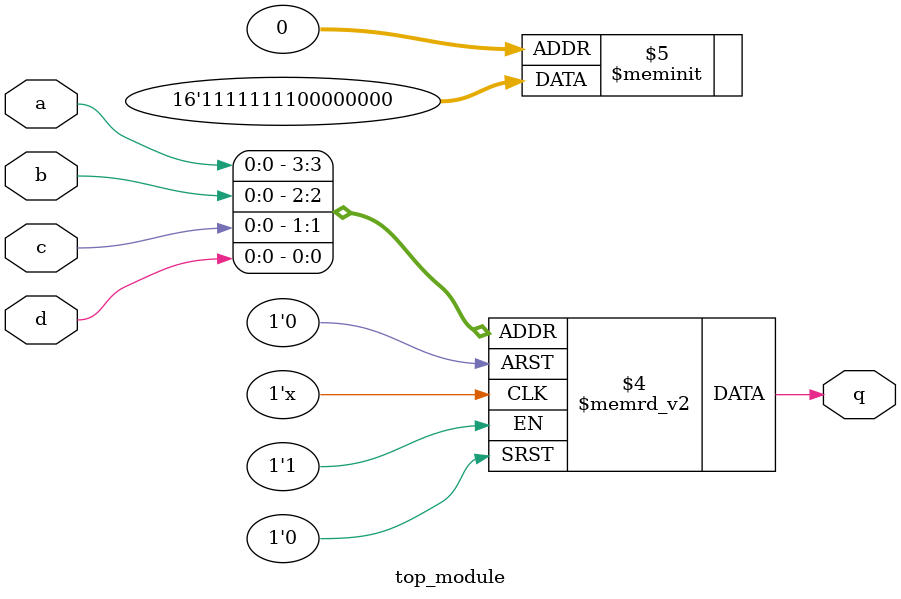
<source format=sv>
module top_module (
    input a,
    input b,
    input c,
    input d,
    output reg q
);

  always @* begin
    case ({a, b, c, d})
      4'b0000: q = 1'b0;
      4'b0001: q = 1'b0;
      4'b0010: q = 1'b0;
      4'b0011: q = 1'b0;
      4'b0100: q = 1'b0;
      4'b0101: q = 1'b0;
      4'b0110: q = 1'b0;
      4'b0111: q = 1'b0;
      4'b1000: q = 1'b1;
      4'b1001: q = 1'b1;
      4'b1010: q = 1'b1;
      4'b1011: q = 1'b1;
      4'b1100: q = 1'b1;
      4'b1101: q = 1'b1;
      4'b1110: q = 1'b1;
      4'b1111: q = 1'b1;
    endcase
  end

endmodule

</source>
